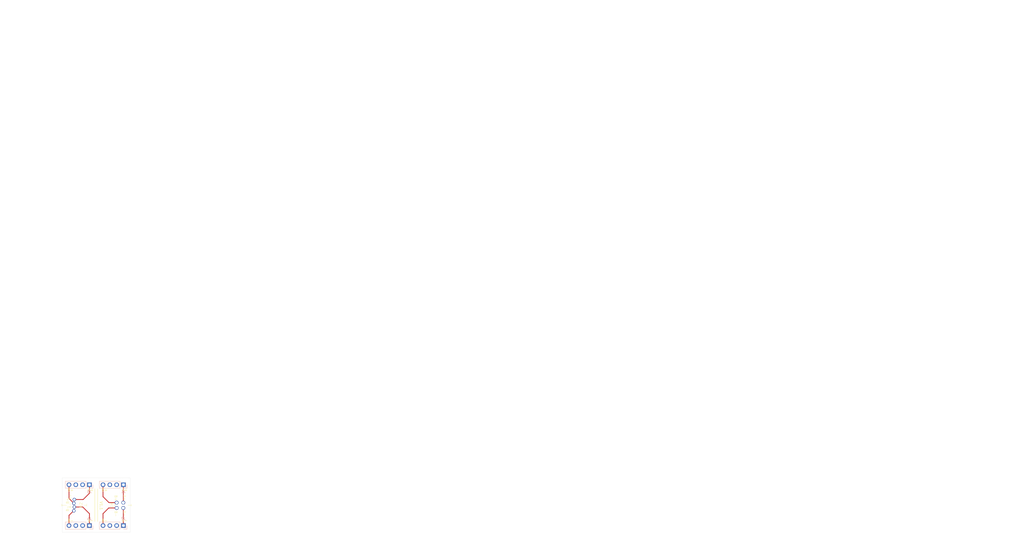
<source format=kicad_pcb>
(kicad_pcb (version 20240108) (generator "pcbnew") (generator_version "8.0")
  (title_block (title "JLCPCB_2Lyaer_0-8mm_template") (date "2024-11-08") (rev "RevA") (company "ACS"))
  (layers (0 "F.Cu" signal) (31 "B.Cu" signal) (34 "B.Paste" user) (35 "F.Paste" user) (36 "B.SilkS" user "B.Silkscreen") (37 "F.SilkS" user "F.Silkscreen") (38 "B.Mask" user) (39 "F.Mask" user) (44 "Edge.Cuts" user))
  (net 0 "")
  (net 1 "/B1+")
  (net 2 "/B1-")
  (net 3 "/A1-")
  (net 4 "/A1+")
  (net 5 "/B2-")
  (net 6 "/A2-")
  (net 7 "/A2+")
  (net 8 "/B2+")
  (footprint "AC-kicad-library:StepperMotor_8mm_i500212644" (layer "F.Cu") (at 43.415 207.36 180)
    (property "Reference" "M2" (at -2.54 0 90) (layer "F.SilkS") (effects (font (thickness 0.1))))
    (property "Value" "StepperMotor_8mm_i500212644")
    (fp_line (start 4.65 0) (end 2.8 0) (stroke (width 0.1)) (layer "F.SilkS"))
    (fp_line (start 4.65 -0.4) (end 4.65 0.4) (stroke (width 0.1)) (layer "F.SilkS"))
    (fp_line (start -4.65 0) (end -3.7 0) (stroke (width 0.1)) (layer "F.SilkS"))
    (fp_line (start -4.65 -0.45) (end -4.65 0.45) (stroke (width 0.1)) (layer "F.SilkS"))
    (fp_text user "B+" (at 1.85 0.4 90) (layer "F.SilkS") (effects (font (thickness 0.1)) (justify left bottom)))
    (fp_text user "B-" (at 1.85 -2.45 90) (layer "F.SilkS") (effects (font (thickness 0.1)) (justify left bottom)))
    (fp_text user "A+" (at 0.95 2 90) (layer "F.SilkS") (effects (font (thickness 0.1)) (justify left bottom)))
    (fp_text user "A-" (at 0.95 -1.15 90) (layer "F.SilkS") (effects (font (thickness 0.1)) (justify left bottom)))
    (pad "1" thru_hole circle (at -0.1 2.1 180) (size 1.25 1.25) (drill 0.8) (layers "*.Cu" "*.Mask") (net 7 "/A2+"))
    (pad "2" thru_hole circle (at -0.1 -0.7 180) (size 1.25 1.25) (drill 0.8) (layers "*.Cu" "*.Mask") (net 6 "/A2-"))
    (pad "3" thru_hole circle (at 0.1 0.7 180) (size 1.25 1.25) (drill 0.8) (layers "*.Cu" "*.Mask") (net 8 "/B2+"))
    (pad "4" thru_hole circle (at 0.1 -2.1 180) (size 1.25 1.25) (drill 0.8) (layers "*.Cu" "*.Mask") (net 5 "/B2-"))
  )
  (footprint "AC-kicad-library:StepperMotor_4.7mm_Sanyo_ultra-mini" (layer "F.Cu") (at 60.54 207.41)
    (property "Reference" "M1" (at -3.155 0 -90) (layer "F.SilkS") (effects (font (thickness 0.1))))
    (property "Value" "StepperMotor_4.7mm_Sanyo_ultra-mini")
    (fp_line (start -2.05 -0.5) (end -2.05 0.45) (stroke (width 0.1)) (layer "F.SilkS"))
    (fp_line (start -1.5 0) (end -2.05 0) (stroke (width 0.1)) (layer "F.SilkS"))
    (fp_line (start 4.25 -0.35) (end 4.25 0.35) (stroke (width 0.1)) (layer "F.SilkS"))
    (fp_line (start 4.25 0) (end 2.85 0) (stroke (width 0.1)) (layer "F.SilkS"))
    (fp_text user "A+" (at 1.05 -3.9 -90) (layer "F.SilkS") (effects (font (thickness 0.1)) (justify left bottom)))
    (fp_text user "B+" (at -2.1 -3.9 -90) (layer "F.SilkS") (effects (font (thickness 0.1)) (justify left bottom)))
    (fp_text user "B-" (at -2.1 2 -90) (layer "F.SilkS") (effects (font (thickness 0.1)) (justify left bottom)))
    (fp_text user "A-" (at 1.05 2 -90) (layer "F.SilkS") (effects (font (thickness 0.1)) (justify left bottom)))
    (pad "1" thru_hole circle (at 1.25 -1) (size 1.4 1.4) (drill 1) (layers "*.Cu" "*.Mask") (net 4 "/A1+"))
    (pad "2" thru_hole circle (at 1.25 1) (size 1.4 1.4) (drill 1) (layers "*.Cu" "*.Mask") (net 3 "/A1-"))
    (pad "3" thru_hole circle (at -1.25 -1) (size 1.4 1.4) (drill 1) (layers "*.Cu" "*.Mask") (net 1 "/B1+"))
    (pad "4" thru_hole circle (at -1.25 1) (size 1.4 1.4) (drill 1) (layers "*.Cu" "*.Mask") (net 2 "/B1-"))
  )
  (footprint "Connector_PinHeader_2.54mm:PinHeader_1x04_P2.54mm_Vertical" (layer "B.Cu") (at 49.13 214.98 90)
    (property "Reference" "J4" (at 2.54 0 180) (layer "B.SilkS") (effects (justify mirror)))
    (property "Value" "Conn_01x04")
    (fp_line (start 1.33 -8.95) (end -1.33 -8.95) (stroke (width 0.12)) (layer "B.SilkS"))
    (fp_line (start 1.33 -8.95) (end 1.33 -1.27) (stroke (width 0.12)) (layer "B.SilkS"))
    (fp_line (start -1.33 -8.95) (end -1.33 -1.27) (stroke (width 0.12)) (layer "B.SilkS"))
    (fp_line (start 1.33 -1.27) (end -1.33 -1.27) (stroke (width 0.12)) (layer "B.SilkS"))
    (fp_line (start 0 1.33) (end -1.33 1.33) (stroke (width 0.12)) (layer "B.SilkS"))
    (fp_line (start -1.33 1.33) (end -1.33 0) (stroke (width 0.12)) (layer "B.SilkS"))
    (pad "1" thru_hole rect (at 0 0 90) (size 1.7 1.7) (drill 1) (layers "*.Cu" "*.Mask") (net 6 "/A2-"))
    (pad "2" thru_hole oval (at 0 -2.54 90) (size 1.7 1.7) (drill 1) (layers "*.Cu" "*.Mask"))
    (pad "3" thru_hole oval (at 0 -5.08 90) (size 1.7 1.7) (drill 1) (layers "*.Cu" "*.Mask"))
    (pad "4" thru_hole oval (at 0 -7.62 90) (size 1.7 1.7) (drill 1) (layers "*.Cu" "*.Mask") (net 5 "/B2-"))
  )
  (footprint "Connector_PinHeader_2.54mm:PinHeader_1x04_P2.54mm_Vertical" (layer "B.Cu") (at 61.83 199.74 90)
    (property "Reference" "J1" (at -2.54 0 180) (layer "B.SilkS") (effects (justify mirror)))
    (property "Value" "Conn_01x04")
    (fp_line (start 1.33 -8.95) (end -1.33 -8.95) (stroke (width 0.12)) (layer "B.SilkS"))
    (fp_line (start 1.33 -8.95) (end 1.33 -1.27) (stroke (width 0.12)) (layer "B.SilkS"))
    (fp_line (start -1.33 -8.95) (end -1.33 -1.27) (stroke (width 0.12)) (layer "B.SilkS"))
    (fp_line (start 1.33 -1.27) (end -1.33 -1.27) (stroke (width 0.12)) (layer "B.SilkS"))
    (fp_line (start 0 1.33) (end -1.33 1.33) (stroke (width 0.12)) (layer "B.SilkS"))
    (fp_line (start -1.33 1.33) (end -1.33 0) (stroke (width 0.12)) (layer "B.SilkS"))
    (pad "1" thru_hole rect (at 0 0 90) (size 1.7 1.7) (drill 1) (layers "*.Cu" "*.Mask") (net 4 "/A1+"))
    (pad "2" thru_hole oval (at 0 -2.54 90) (size 1.7 1.7) (drill 1) (layers "*.Cu" "*.Mask"))
    (pad "3" thru_hole oval (at 0 -5.08 90) (size 1.7 1.7) (drill 1) (layers "*.Cu" "*.Mask"))
    (pad "4" thru_hole oval (at 0 -7.62 90) (size 1.7 1.7) (drill 1) (layers "*.Cu" "*.Mask") (net 1 "/B1+"))
  )
  (footprint "Connector_PinHeader_2.54mm:PinHeader_1x04_P2.54mm_Vertical" (layer "B.Cu") (at 61.83 214.98 90)
    (property "Reference" "J2" (at 2.54 0 180) (layer "B.SilkS") (effects (justify mirror)))
    (property "Value" "Conn_01x04")
    (fp_line (start 1.33 -8.95) (end -1.33 -8.95) (stroke (width 0.12)) (layer "B.SilkS"))
    (fp_line (start 1.33 -8.95) (end 1.33 -1.27) (stroke (width 0.12)) (layer "B.SilkS"))
    (fp_line (start -1.33 -8.95) (end -1.33 -1.27) (stroke (width 0.12)) (layer "B.SilkS"))
    (fp_line (start 1.33 -1.27) (end -1.33 -1.27) (stroke (width 0.12)) (layer "B.SilkS"))
    (fp_line (start 0 1.33) (end -1.33 1.33) (stroke (width 0.12)) (layer "B.SilkS"))
    (fp_line (start -1.33 1.33) (end -1.33 0) (stroke (width 0.12)) (layer "B.SilkS"))
    (pad "1" thru_hole rect (at 0 0 90) (size 1.7 1.7) (drill 1) (layers "*.Cu" "*.Mask") (net 3 "/A1-"))
    (pad "2" thru_hole oval (at 0 -2.54 90) (size 1.7 1.7) (drill 1) (layers "*.Cu" "*.Mask"))
    (pad "3" thru_hole oval (at 0 -5.08 90) (size 1.7 1.7) (drill 1) (layers "*.Cu" "*.Mask"))
    (pad "4" thru_hole oval (at 0 -7.62 90) (size 1.7 1.7) (drill 1) (layers "*.Cu" "*.Mask") (net 2 "/B1-"))
  )
  (footprint "Connector_PinHeader_2.54mm:PinHeader_1x04_P2.54mm_Vertical" (layer "B.Cu") (at 49.13 199.74 90)
    (property "Reference" "J3" (at -2.54 0 180) (layer "B.SilkS") (effects (justify mirror)))
    (property "Value" "Conn_01x04")
    (fp_line (start 1.33 -8.95) (end -1.33 -8.95) (stroke (width 0.12)) (layer "B.SilkS"))
    (fp_line (start 1.33 -8.95) (end 1.33 -1.27) (stroke (width 0.12)) (layer "B.SilkS"))
    (fp_line (start -1.33 -8.95) (end -1.33 -1.27) (stroke (width 0.12)) (layer "B.SilkS"))
    (fp_line (start 1.33 -1.27) (end -1.33 -1.27) (stroke (width 0.12)) (layer "B.SilkS"))
    (fp_line (start 0 1.33) (end -1.33 1.33) (stroke (width 0.12)) (layer "B.SilkS"))
    (fp_line (start -1.33 1.33) (end -1.33 0) (stroke (width 0.12)) (layer "B.SilkS"))
    (pad "1" thru_hole rect (at 0 0 90) (size 1.7 1.7) (drill 1) (layers "*.Cu" "*.Mask") (net 7 "/A2+"))
    (pad "2" thru_hole oval (at 0 -2.54 90) (size 1.7 1.7) (drill 1) (layers "*.Cu" "*.Mask"))
    (pad "3" thru_hole oval (at 0 -5.08 90) (size 1.7 1.7) (drill 1) (layers "*.Cu" "*.Mask"))
    (pad "4" thru_hole oval (at 0 -7.62 90) (size 1.7 1.7) (drill 1) (layers "*.Cu" "*.Mask") (net 8 "/B2+"))
  )
  (gr_line (start 52.178 213.456) (end 52.178 201.264) (stroke (width 0.153)) (layer "F.SilkS"))
  (gr_line (start 51.162 201.264) (end 51.162 213.456) (stroke (width 0.153)) (layer "F.SilkS"))
  (gr_rect (start 38.97 197.2) (end 64.37 217.52) (stroke (width 0.05)) (fill none) (layer "Edge.Cuts"))
  (gr_text "A+" (at 61.195 202.28 0) (layer "F.SilkS") (effects (font (size 1 1) (thickness 0.153)) (justify left bottom)))
  (gr_text "B+" (at 40.875 202.28 0) (layer "F.SilkS") (effects (font (size 1 1) (thickness 0.153)) (justify left bottom)))
  (gr_text "A+" (at 48.495 202.28 0) (layer "F.SilkS") (effects (font (size 1 1) (thickness 0.153)) (justify left bottom)))
  (gr_text "A-" (at 48.495 213.71 0) (layer "F.SilkS") (effects (font (size 1 1) (thickness 0.153)) (justify left bottom)))
  (gr_text "A-" (at 61.195 213.71 0) (layer "F.SilkS") (effects (font (size 1 1) (thickness 0.153)) (justify left bottom)))
  (gr_text "B+" (at 53.575 202.28 0) (layer "F.SilkS") (effects (font (size 1 1) (thickness 0.153)) (justify left bottom)))
  (gr_text "V1.1" (at 52.94 205.836 -90) (layer "F.SilkS") (effects (font (size 1 1)) (justify left bottom)))
  (gr_text "B-" (at 40.875 213.71 0) (layer "F.SilkS") (effects (font (size 1 1) (thickness 0.153)) (justify left bottom)))
  (gr_text "B-" (at 53.575 213.71 0) (layer "F.SilkS") (effects (font (size 1 1) (thickness 0.153)) (justify left bottom)))
  (segment (start 54.21 199.74) (end 54.21 204.185) (width 0.3) (layer "F.Cu") (net 1))
  (segment (start 54.21 204.185) (end 56.435 206.41) (width 0.3) (layer "F.Cu") (net 1))
  (segment (start 56.435 206.41) (end 59.29 206.41) (width 0.3) (layer "F.Cu") (net 1))
  (segment (start 54.21 210.535) (end 56.335 208.41) (width 0.3) (layer "F.Cu") (net 2))
  (segment (start 56.335 208.41) (end 59.29 208.41) (width 0.3) (layer "F.Cu") (net 2))
  (segment (start 54.21 214.98) (end 54.21 210.535) (width 0.3) (layer "F.Cu") (net 2))
  (segment (start 61.79 208.41) (end 61.79 214.94) (width 0.3) (layer "F.Cu") (net 3))
  (segment (start 61.79 214.94) (end 61.83 214.98) (width 0.3) (layer "F.Cu") (net 3))
  (segment (start 61.79 199.78) (end 61.83 199.74) (width 0.3) (layer "F.Cu") (net 4))
  (segment (start 61.79 206.41) (end 61.79 199.78) (width 0.3) (layer "F.Cu") (net 4))
  (segment (start 41.51 211.17) (end 41.51 214.98) (width 0.3) (layer "F.Cu") (net 5))
  (segment (start 43.22 209.46) (end 41.51 211.17) (width 0.3) (layer "F.Cu") (net 5))
  (segment (start 43.315 209.46) (end 43.22 209.46) (width 0.3) (layer "F.Cu") (net 5))
  (segment (start 49.13 210.535) (end 49.13 214.98) (width 0.3) (layer "F.Cu") (net 6))
  (segment (start 46.655 208.06) (end 49.13 210.535) (width 0.3) (layer "F.Cu") (net 6))
  (segment (start 43.515 208.06) (end 46.655 208.06) (width 0.3) (layer "F.Cu") (net 6))
  (segment (start 46.785 205.26) (end 49.13 202.915) (width 0.3) (layer "F.Cu") (net 7))
  (segment (start 43.515 205.26) (end 46.785 205.26) (width 0.3) (layer "F.Cu") (net 7))
  (segment (start 49.13 202.915) (end 49.13 199.74) (width 0.3) (layer "F.Cu") (net 7))
  (segment (start 41.51 204.855) (end 43.315 206.66) (width 0.3) (layer "F.Cu") (net 8))
  (segment (start 41.51 199.74) (end 41.51 204.855) (width 0.3) (layer "F.Cu") (net 8))
)
</source>
